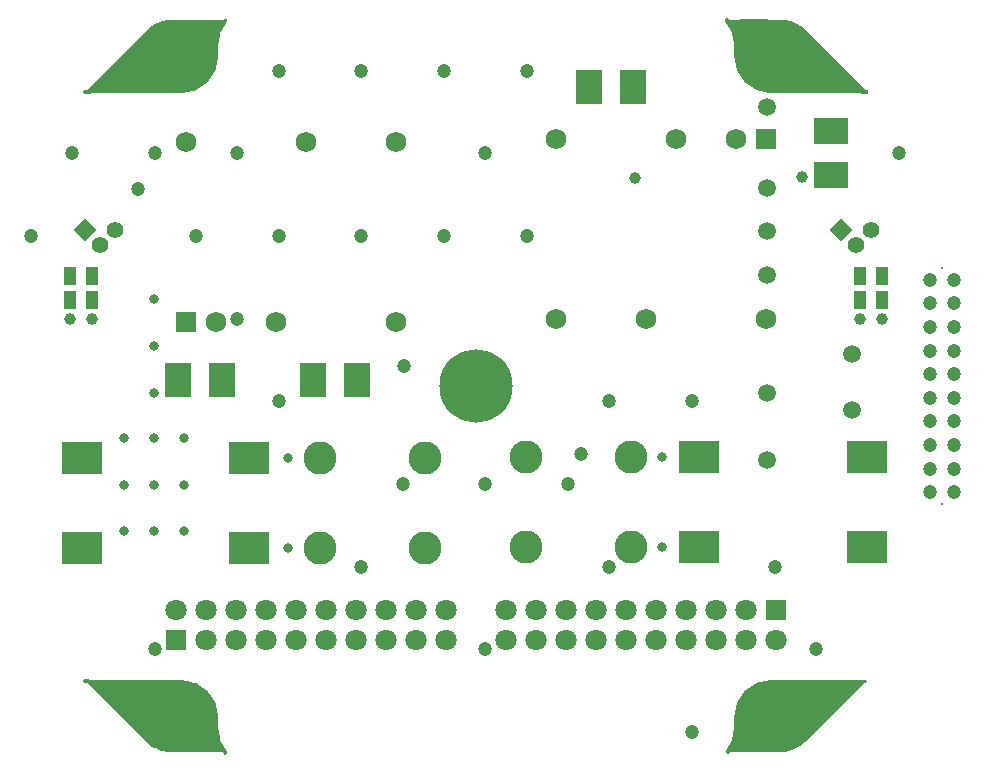
<source format=gts>
G04*
G04 #@! TF.GenerationSoftware,Altium Limited,Altium Designer,20.1.10 (176)*
G04*
G04 Layer_Color=8388736*
%FSAX42Y42*%
%MOMM*%
G71*
G04*
G04 #@! TF.SameCoordinates,FCFB62F1-B148-46F0-B019-BB0DAA43D111*
G04*
G04*
G04 #@! TF.FilePolarity,Negative*
G04*
G01*
G75*
%ADD11C,0.30*%
%ADD16R,1.00X1.50*%
%ADD17R,3.40X2.80*%
%ADD18R,2.20X3.00*%
%ADD19R,3.00X2.20*%
%ADD20C,1.20*%
%ADD21C,0.20*%
%ADD22C,1.40*%
%ADD23P,1.98X4X90.0*%
%ADD24C,1.73*%
%ADD25R,1.73X1.73*%
%ADD26C,1.80*%
%ADD27R,1.80X1.80*%
%ADD28C,2.80*%
%ADD29C,1.50*%
%ADD30C,6.20*%
%ADD31C,1.00*%
%ADD32C,4.20*%
%ADD33C,0.80*%
G36*
X004076Y001824D02*
X004076Y001824D01*
X004076Y001824D01*
X004096Y001824D01*
X004134Y001819D01*
X004172Y001809D01*
X004208Y001794D01*
X004242Y001774D01*
X004273Y001750D01*
X004301Y001723D01*
X004325Y001692D01*
X004344Y001658D01*
X004359Y001622D01*
X004370Y001584D01*
X004375Y001545D01*
X004375Y001525D01*
X004375Y001525D01*
X004373Y001506D01*
X004373Y001468D01*
X004375Y001429D01*
X004381Y001391D01*
X004389Y001354D01*
X004401Y001317D01*
X004415Y001281D01*
X004433Y001247D01*
X004435Y001243D01*
X004428Y001230D01*
X004386Y001230D01*
X004274Y001229D01*
X004161Y001229D01*
X004049Y001230D01*
X003992Y001230D01*
X003983Y001230D01*
X003965Y001231D01*
X003947Y001233D01*
X003930Y001236D01*
X003921Y001239D01*
Y001239D01*
X003916Y001240D01*
X003906Y001243D01*
X003897Y001246D01*
X003887Y001250D01*
X003882Y001252D01*
X003882Y001252D01*
X003875Y001255D01*
X003860Y001261D01*
X003845Y001269D01*
X003831Y001277D01*
X003824Y001282D01*
X003794Y001306D01*
X003793Y001307D01*
X003789Y001311D01*
X003782Y001317D01*
X003287Y001813D01*
X003292Y001825D01*
X004076Y001824D01*
D02*
G37*
G36*
X004396Y007430D02*
X004440Y007430D01*
X004447Y007417D01*
X004444Y007413D01*
X004425Y007379D01*
X004408Y007344D01*
X004394Y007307D01*
X004383Y007269D01*
X004376Y007230D01*
X004371Y007191D01*
X004369Y007152D01*
X004370Y007132D01*
X004370Y007132D01*
X004370Y007132D01*
X004371Y007112D01*
X004367Y007073D01*
X004357Y007034D01*
X004343Y006997D01*
X004324Y006963D01*
X004300Y006931D01*
X004272Y006903D01*
X004240Y006879D01*
X004206Y006860D01*
X004169Y006845D01*
X004130Y006836D01*
X004091Y006832D01*
X004071Y006833D01*
Y006833D01*
X004071Y006833D01*
X004071Y006833D01*
X003275Y006818D01*
X003270Y006830D01*
X003778Y007338D01*
X003787Y007348D01*
X003792Y007352D01*
X003819Y007375D01*
X003826Y007380D01*
X003839Y007388D01*
X003853Y007396D01*
X003868Y007402D01*
X003875Y007405D01*
X003880Y007407D01*
X003890Y007411D01*
X003900Y007415D01*
X003903Y007416D01*
X003915Y007419D01*
X003915Y007419D01*
X003927Y007423D01*
X003940Y007426D01*
X003957Y007428D01*
X003974Y007430D01*
X003982Y007430D01*
X003982Y007430D01*
X004042Y007430D01*
X004160Y007431D01*
X004278Y007431D01*
X004396Y007430D01*
D02*
G37*
G36*
X009854Y001814D02*
X009359Y001319D01*
X009352Y001312D01*
X009349Y001309D01*
X009347Y001307D01*
X009317Y001283D01*
X009310Y001278D01*
X009296Y001270D01*
X009281Y001263D01*
X009266Y001256D01*
X009259Y001253D01*
X009259Y001253D01*
X009254Y001251D01*
X009245Y001247D01*
X009235Y001244D01*
X009225Y001241D01*
X009220Y001240D01*
Y001240D01*
X009212Y001238D01*
X009194Y001234D01*
X009176Y001232D01*
X009158Y001231D01*
X009149Y001231D01*
X009092Y001231D01*
X008980Y001231D01*
X008868Y001231D01*
X008755Y001231D01*
X008713Y001231D01*
X008706Y001244D01*
X008709Y001248D01*
X008726Y001282D01*
X008740Y001318D01*
X008752Y001355D01*
X008760Y001392D01*
X008766Y001430D01*
X008768Y001469D01*
X008768Y001507D01*
X008766Y001527D01*
X008766Y001527D01*
X008766Y001546D01*
X008772Y001585D01*
X008782Y001623D01*
X008797Y001659D01*
X008816Y001693D01*
X008840Y001724D01*
X008868Y001752D01*
X008899Y001776D01*
X008933Y001795D01*
X008969Y001810D01*
X009007Y001820D01*
X009046Y001825D01*
X009065Y001825D01*
X009065Y001825D01*
X009065Y001825D01*
X009849Y001826D01*
X009854Y001814D01*
D02*
G37*
G36*
X008985Y007433D02*
X009104Y007432D01*
X009163Y007432D01*
X009163Y007432D01*
X009171Y007432D01*
X009188Y007430D01*
X009205Y007427D01*
X009222Y007424D01*
X009230Y007421D01*
X009235Y007420D01*
X009245Y007417D01*
X009255Y007413D01*
X009265Y007409D01*
X009270Y007407D01*
X009278Y007404D01*
X009292Y007397D01*
X009306Y007390D01*
X009319Y007382D01*
X009326Y007377D01*
X009353Y007354D01*
X009358Y007349D01*
X009367Y007340D01*
X009875Y006832D01*
X009870Y006820D01*
X009074Y006835D01*
X009054Y006834D01*
X009015Y006838D01*
X008976Y006847D01*
X008939Y006862D01*
X008905Y006881D01*
X008873Y006905D01*
X008845Y006933D01*
X008821Y006964D01*
X008802Y006999D01*
X008788Y007036D01*
X008778Y007074D01*
X008775Y007114D01*
X008775Y007134D01*
X008775Y007134D01*
X008775Y007134D01*
X008776Y007153D01*
X008774Y007193D01*
X008769Y007232D01*
X008762Y007271D01*
X008751Y007308D01*
X008737Y007345D01*
X008720Y007381D01*
X008701Y007415D01*
X008698Y007419D01*
X008705Y007432D01*
X008749Y007432D01*
X008867Y007433D01*
X008985Y007433D01*
D02*
G37*
D11*
X003328Y006825D02*
G03*
X003261Y006817I000000J-000300D01*
G01*
X008702Y001232D02*
G03*
X008773Y001425I-000230J000193D01*
G01*
X009817Y001825D02*
G03*
X009864Y001828I000000J000300D01*
G01*
X003261Y001832D02*
G03*
X003328Y001825I000067J000292D01*
G01*
X004373Y001425D02*
G03*
X004450Y001224I000300J000000D01*
G01*
Y007425D02*
G03*
X004373Y007225I000223J-000201D01*
G01*
Y001525D02*
G03*
X004073Y001825I-000300J000000D01*
G01*
X009073D02*
G03*
X008773Y001525I000000J-000300D01*
G01*
X009879Y006818D02*
G03*
X009817Y006825I-000062J-000293D01*
G01*
X004073Y006825D02*
G03*
X004373Y007125I000000J000300D01*
G01*
X008773Y007225D02*
G03*
X008694Y007427I-000300J000000D01*
G01*
X008773Y007125D02*
G03*
X009073Y006825I000300J000000D01*
G01*
X003328Y001825D02*
X004072D01*
X004373Y001425D02*
Y001525D01*
X008773Y007125D02*
Y007225D01*
Y001425D02*
Y001525D01*
X003328Y006825D02*
X004073D01*
X009073Y001825D02*
X009817D01*
X004373Y007125D02*
Y007225D01*
X009073Y006825D02*
X009817D01*
D16*
X009820Y005257D02*
D03*
X010010D02*
D03*
Y005057D02*
D03*
X009820D02*
D03*
X003130Y005257D02*
D03*
X003320D02*
D03*
X003130Y005057D02*
D03*
X003320D02*
D03*
D17*
X008462Y003727D02*
D03*
Y002965D02*
D03*
X009882Y003729D02*
D03*
Y002967D02*
D03*
X004653Y002960D02*
D03*
Y003722D02*
D03*
X003233Y002958D02*
D03*
Y003720D02*
D03*
D18*
X007898Y006861D02*
D03*
X007530D02*
D03*
X004049Y004380D02*
D03*
X004417D02*
D03*
X005192D02*
D03*
X005560D02*
D03*
D19*
X009580Y006486D02*
D03*
Y006118D02*
D03*
D20*
X010618Y003430D02*
D03*
X010418D02*
D03*
X010618Y003630D02*
D03*
X010418D02*
D03*
X010618Y003830D02*
D03*
X010418D02*
D03*
X010618Y004030D02*
D03*
X010418D02*
D03*
Y005230D02*
D03*
X010618D02*
D03*
X010418Y005030D02*
D03*
X010618D02*
D03*
X010418Y004830D02*
D03*
X010618D02*
D03*
X010418Y004630D02*
D03*
X010618D02*
D03*
X010418Y004430D02*
D03*
X010618D02*
D03*
X010418Y004230D02*
D03*
X010618D02*
D03*
X010150Y006300D02*
D03*
X009100Y002800D02*
D03*
X009450Y002100D02*
D03*
X008400Y004200D02*
D03*
Y001400D02*
D03*
X007700Y004200D02*
D03*
Y002800D02*
D03*
X007000Y007000D02*
D03*
Y005600D02*
D03*
X007350Y003500D02*
D03*
X006300Y007000D02*
D03*
X006650Y006300D02*
D03*
X006300Y005600D02*
D03*
X006650Y003500D02*
D03*
Y002100D02*
D03*
X005600Y007000D02*
D03*
Y005600D02*
D03*
X005950Y003500D02*
D03*
X005600Y002800D02*
D03*
X004900Y007000D02*
D03*
Y005600D02*
D03*
Y004200D02*
D03*
X004550Y006300D02*
D03*
X004200Y005600D02*
D03*
X004550Y004900D02*
D03*
X003850Y006300D02*
D03*
Y002100D02*
D03*
X003150Y006300D02*
D03*
X002800Y005600D02*
D03*
X007460Y003750D02*
D03*
X005960Y004500D02*
D03*
X003710Y006000D02*
D03*
D21*
X010518Y005330D02*
D03*
Y003330D02*
D03*
D22*
X009912Y005650D02*
D03*
X009785Y005523D02*
D03*
X003513Y005650D02*
D03*
X003386Y005523D02*
D03*
D23*
X009658Y005650D02*
D03*
X003259D02*
D03*
D24*
X009026Y004898D02*
D03*
X008010D02*
D03*
X007248D02*
D03*
Y006422D02*
D03*
X008264D02*
D03*
X008772D02*
D03*
X004114Y006394D02*
D03*
X005130D02*
D03*
X005892D02*
D03*
Y004870D02*
D03*
X004876D02*
D03*
X004368D02*
D03*
D25*
X009026Y006422D02*
D03*
X004114Y004870D02*
D03*
D26*
X006316Y002176D02*
D03*
Y002430D02*
D03*
X005554D02*
D03*
X006062Y002176D02*
D03*
Y002430D02*
D03*
X005808Y002176D02*
D03*
Y002430D02*
D03*
X005554Y002176D02*
D03*
X004792Y002430D02*
D03*
X005300Y002176D02*
D03*
Y002430D02*
D03*
X005046Y002176D02*
D03*
Y002430D02*
D03*
X004792Y002176D02*
D03*
X004030Y002430D02*
D03*
X004284Y002176D02*
D03*
Y002430D02*
D03*
X004538Y002176D02*
D03*
Y002430D02*
D03*
X006824Y002430D02*
D03*
Y002176D02*
D03*
X007586D02*
D03*
X007078Y002430D02*
D03*
Y002176D02*
D03*
X007332Y002430D02*
D03*
Y002176D02*
D03*
X007586Y002430D02*
D03*
X008348Y002176D02*
D03*
X007840Y002430D02*
D03*
Y002176D02*
D03*
X008094Y002430D02*
D03*
Y002176D02*
D03*
X008348Y002430D02*
D03*
X009110Y002176D02*
D03*
X008856Y002430D02*
D03*
Y002176D02*
D03*
X008602Y002430D02*
D03*
Y002176D02*
D03*
D27*
X004030Y002176D02*
D03*
X009110Y002430D02*
D03*
D28*
X006993Y003727D02*
D03*
X007882D02*
D03*
X006142Y002960D02*
D03*
X005253D02*
D03*
Y003722D02*
D03*
X006142D02*
D03*
X006993Y002965D02*
D03*
X007882D02*
D03*
D29*
X009757Y004597D02*
D03*
X009032Y003700D02*
D03*
Y004272D02*
D03*
Y005638D02*
D03*
Y006005D02*
D03*
Y006690D02*
D03*
Y005267D02*
D03*
X009757Y004125D02*
D03*
D30*
X006570Y004330D02*
D03*
D31*
X009330Y006097D02*
D03*
X003322Y004900D02*
D03*
X007920Y006090D02*
D03*
X009820Y004900D02*
D03*
X010010D02*
D03*
X003130D02*
D03*
D32*
X009070Y007130D02*
D03*
X004070D02*
D03*
X009070Y001530D02*
D03*
X004070D02*
D03*
D33*
X008143Y003732D02*
D03*
X003847Y005066D02*
D03*
Y004670D02*
D03*
Y004274D02*
D03*
X004100Y003890D02*
D03*
X004100Y003494D02*
D03*
Y003098D02*
D03*
X003847Y003890D02*
D03*
Y003494D02*
D03*
Y003098D02*
D03*
X003594D02*
D03*
Y003494D02*
D03*
Y003890D02*
D03*
X008143Y002970D02*
D03*
X004983Y003722D02*
D03*
Y002960D02*
D03*
M02*

</source>
